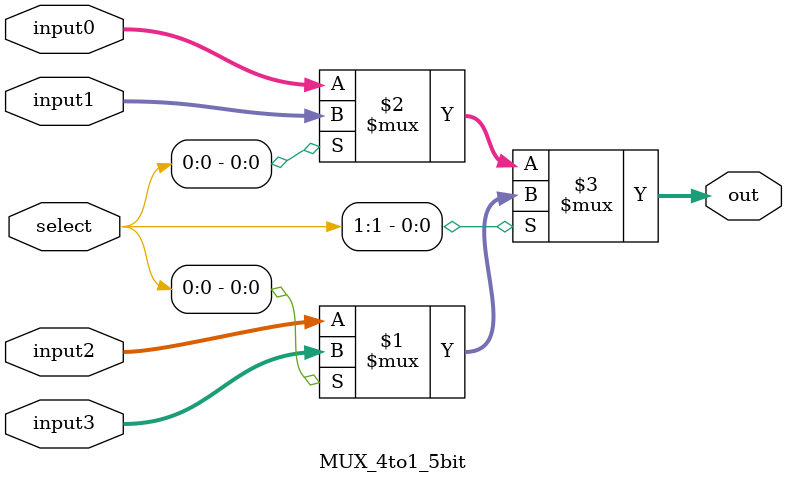
<source format=v>
module MUX_4to1_5bit (input [4:0] input0,
                      input [4:0] input1, 
                      input [4:0] input2,
                      input [4:0] input3,
                      input [1:0] select, 
                      output [4:0] out);
    assign out = select[1]? (select[0]?input3:input2) : (select[0]?input1:input0);
endmodule //MUX_4to1_5bit
</source>
